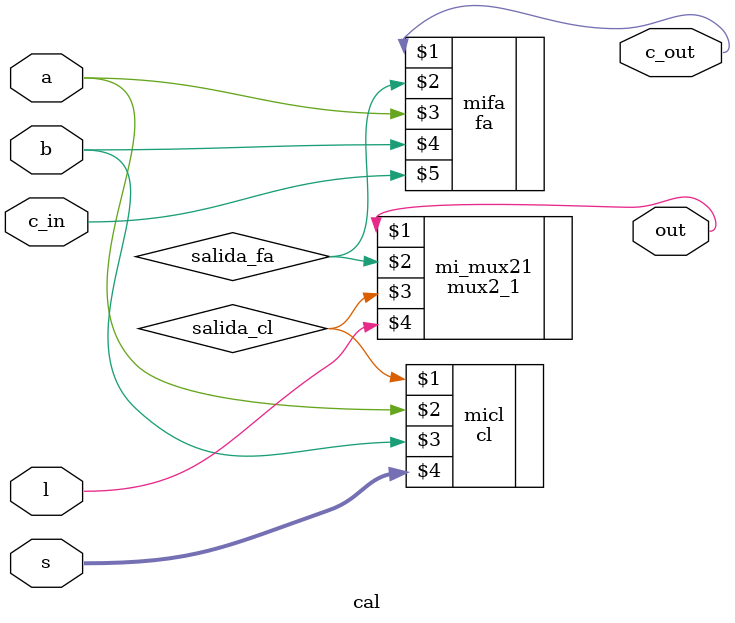
<source format=v>

module cal(output wire out, c_out, input wire a, b, l, c_in, input wire [1:0] s);

  wire salida_fa, salida_cl; // declaracion de variables

  fa mifa(c_out, salida_fa, a, b, c_in);
  cl micl(salida_cl, a, b, s);           

  mux2_1 mi_mux21(out, salida_fa, salida_cl, l);

endmodule

</source>
